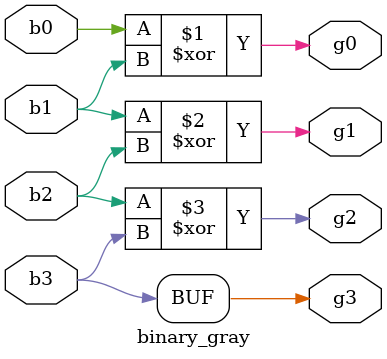
<source format=v>
module binary_gray
  (input b3,b2,b1,b0,
   output g3,g2,g1,g0);
  
  xor x1(g0,b0,b1);
  xor x2(g1,b1,b2);
  xor x3(g2,b2,b3);
  buf (g3,b3);
endmodule

</source>
